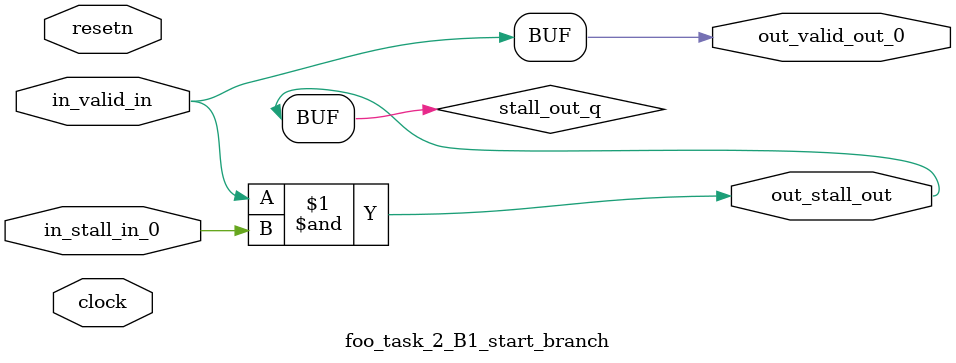
<source format=sv>



(* altera_attribute = "-name AUTO_SHIFT_REGISTER_RECOGNITION OFF; -name MESSAGE_DISABLE 10036; -name MESSAGE_DISABLE 10037; -name MESSAGE_DISABLE 14130; -name MESSAGE_DISABLE 14320; -name MESSAGE_DISABLE 15400; -name MESSAGE_DISABLE 14130; -name MESSAGE_DISABLE 10036; -name MESSAGE_DISABLE 12020; -name MESSAGE_DISABLE 12030; -name MESSAGE_DISABLE 12010; -name MESSAGE_DISABLE 12110; -name MESSAGE_DISABLE 14320; -name MESSAGE_DISABLE 13410; -name MESSAGE_DISABLE 113007; -name MESSAGE_DISABLE 10958" *)
module foo_task_2_B1_start_branch (
    input wire [0:0] in_stall_in_0,
    input wire [0:0] in_valid_in,
    output wire [0:0] out_stall_out,
    output wire [0:0] out_valid_out_0,
    input wire clock,
    input wire resetn
    );

    wire [0:0] stall_out_q;


    // stall_out(LOGICAL,6)
    assign stall_out_q = in_valid_in & in_stall_in_0;

    // out_stall_out(GPOUT,4)
    assign out_stall_out = stall_out_q;

    // out_valid_out_0(GPOUT,5)
    assign out_valid_out_0 = in_valid_in;

endmodule

</source>
